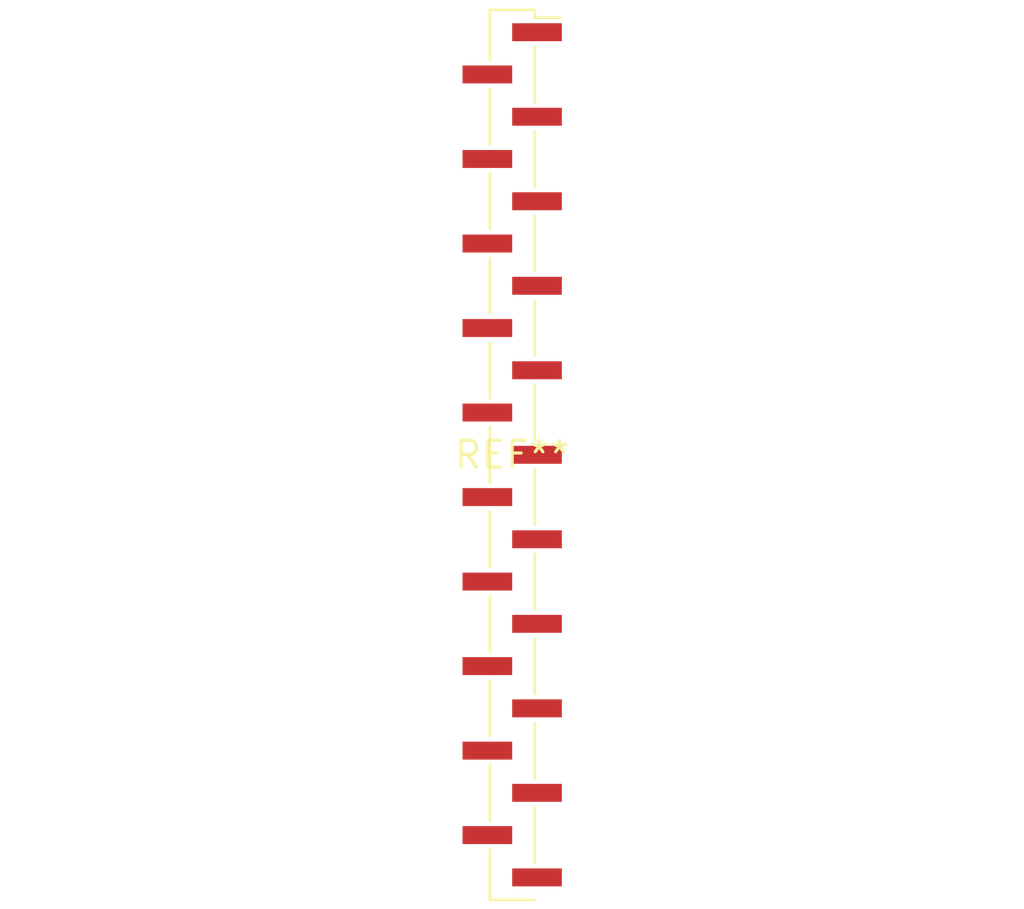
<source format=kicad_pcb>
(kicad_pcb (version 20240108) (generator pcbnew)
  (layers (0 "F.Cu" signal) (31 "B.Cu" signal) (34 "B.Paste" user) (35 "F.Paste" user) (36 "B.SilkS" user "B.Silkscreen") (37 "F.SilkS" user "F.Silkscreen") (38 "B.Mask" user) (39 "F.Mask" user) (44 "Edge.Cuts" user))
  (net 0 "")
  (footprint "PinHeader_1x21_P2.00mm_Vertical_SMD_Pin1Right" (layer "F.Cu") (at 0 0)
    (property "Reference" "REF**")
    (property "Value" "PinHeader_1x21_P2.00mm_Vertical_SMD_Pin1Right")
    (fp_line (start -1.06 -21.06) (end -1.06 -18.685) (layer "F.SilkS") (stroke (width 0.12)))
    (fp_line (start -1.06 -21.06) (end 1.06 -21.06) (layer "F.SilkS") (stroke (width 0.12)))
    (fp_line (start -1.06 -17.315) (end -1.06 -14.685) (layer "F.SilkS") (stroke (width 0.12)))
    (fp_line (start -1.06 -13.315) (end -1.06 -10.685) (layer "F.SilkS") (stroke (width 0.12)))
    (fp_line (start -1.06 -9.315) (end -1.06 -6.685) (layer "F.SilkS") (stroke (width 0.12)))
    (fp_line (start -1.06 -5.315) (end -1.06 -2.685) (layer "F.SilkS") (stroke (width 0.12)))
    (fp_line (start -1.06 -1.315) (end -1.06 1.315) (layer "F.SilkS") (stroke (width 0.12)))
    (fp_line (start -1.06 2.685) (end -1.06 5.315) (layer "F.SilkS") (stroke (width 0.12)))
    (fp_line (start -1.06 6.685) (end -1.06 9.315) (layer "F.SilkS") (stroke (width 0.12)))
    (fp_line (start -1.06 10.685) (end -1.06 13.315) (layer "F.SilkS") (stroke (width 0.12)))
    (fp_line (start -1.06 14.685) (end -1.06 17.315) (layer "F.SilkS") (stroke (width 0.12)))
    (fp_line (start -1.06 18.685) (end -1.06 21.06) (layer "F.SilkS") (stroke (width 0.12)))
    (fp_line (start -1.06 20.685) (end -1.06 21.06) (layer "F.SilkS") (stroke (width 0.12)))
    (fp_line (start -1.06 21.06) (end 1.06 21.06) (layer "F.SilkS") (stroke (width 0.12)))
    (fp_line (start 1.06 -21.06) (end 1.06 -20.685) (layer "F.SilkS") (stroke (width 0.12)))
    (fp_line (start 1.06 -20.685) (end 2.29 -20.685) (layer "F.SilkS") (stroke (width 0.12)))
    (fp_line (start 1.06 -19.315) (end 1.06 -16.685) (layer "F.SilkS") (stroke (width 0.12)))
    (fp_line (start 1.06 -15.315) (end 1.06 -12.685) (layer "F.SilkS") (stroke (width 0.12)))
    (fp_line (start 1.06 -11.315) (end 1.06 -8.685) (layer "F.SilkS") (stroke (width 0.12)))
    (fp_line (start 1.06 -7.315) (end 1.06 -4.685) (layer "F.SilkS") (stroke (width 0.12)))
    (fp_line (start 1.06 -3.315) (end 1.06 -0.685) (layer "F.SilkS") (stroke (width 0.12)))
    (fp_line (start 1.06 0.685) (end 1.06 3.315) (layer "F.SilkS") (stroke (width 0.12)))
    (fp_line (start 1.06 4.685) (end 1.06 7.315) (layer "F.SilkS") (stroke (width 0.12)))
    (fp_line (start 1.06 8.685) (end 1.06 11.315) (layer "F.SilkS") (stroke (width 0.12)))
    (fp_line (start 1.06 12.685) (end 1.06 15.315) (layer "F.SilkS") (stroke (width 0.12)))
    (fp_line (start 1.06 16.685) (end 1.06 19.315) (layer "F.SilkS") (stroke (width 0.12)))
    (pad "1" smd rect (at 1.175 -20) (size 2.35 0.85) (layers "F.Cu" "F.Paste" "F.Mask"))
    (pad "2" smd rect (at -1.175 -18) (size 2.35 0.85) (layers "F.Cu" "F.Paste" "F.Mask"))
    (pad "3" smd rect (at 1.175 -16) (size 2.35 0.85) (layers "F.Cu" "F.Paste" "F.Mask"))
    (pad "4" smd rect (at -1.175 -14) (size 2.35 0.85) (layers "F.Cu" "F.Paste" "F.Mask"))
    (pad "5" smd rect (at 1.175 -12) (size 2.35 0.85) (layers "F.Cu" "F.Paste" "F.Mask"))
    (pad "6" smd rect (at -1.175 -10) (size 2.35 0.85) (layers "F.Cu" "F.Paste" "F.Mask"))
    (pad "7" smd rect (at 1.175 -8) (size 2.35 0.85) (layers "F.Cu" "F.Paste" "F.Mask"))
    (pad "8" smd rect (at -1.175 -6) (size 2.35 0.85) (layers "F.Cu" "F.Paste" "F.Mask"))
    (pad "9" smd rect (at 1.175 -4) (size 2.35 0.85) (layers "F.Cu" "F.Paste" "F.Mask"))
    (pad "10" smd rect (at -1.175 -2) (size 2.35 0.85) (layers "F.Cu" "F.Paste" "F.Mask"))
    (pad "11" smd rect (at 1.175 0) (size 2.35 0.85) (layers "F.Cu" "F.Paste" "F.Mask"))
    (pad "12" smd rect (at -1.175 2) (size 2.35 0.85) (layers "F.Cu" "F.Paste" "F.Mask"))
    (pad "13" smd rect (at 1.175 4) (size 2.35 0.85) (layers "F.Cu" "F.Paste" "F.Mask"))
    (pad "14" smd rect (at -1.175 6) (size 2.35 0.85) (layers "F.Cu" "F.Paste" "F.Mask"))
    (pad "15" smd rect (at 1.175 8) (size 2.35 0.85) (layers "F.Cu" "F.Paste" "F.Mask"))
    (pad "16" smd rect (at -1.175 10) (size 2.35 0.85) (layers "F.Cu" "F.Paste" "F.Mask"))
    (pad "17" smd rect (at 1.175 12) (size 2.35 0.85) (layers "F.Cu" "F.Paste" "F.Mask"))
    (pad "18" smd rect (at -1.175 14) (size 2.35 0.85) (layers "F.Cu" "F.Paste" "F.Mask"))
    (pad "19" smd rect (at 1.175 16) (size 2.35 0.85) (layers "F.Cu" "F.Paste" "F.Mask"))
    (pad "20" smd rect (at -1.175 18) (size 2.35 0.85) (layers "F.Cu" "F.Paste" "F.Mask"))
    (pad "21" smd rect (at 1.175 20) (size 2.35 0.85) (layers "F.Cu" "F.Paste" "F.Mask"))
  )
)
</source>
